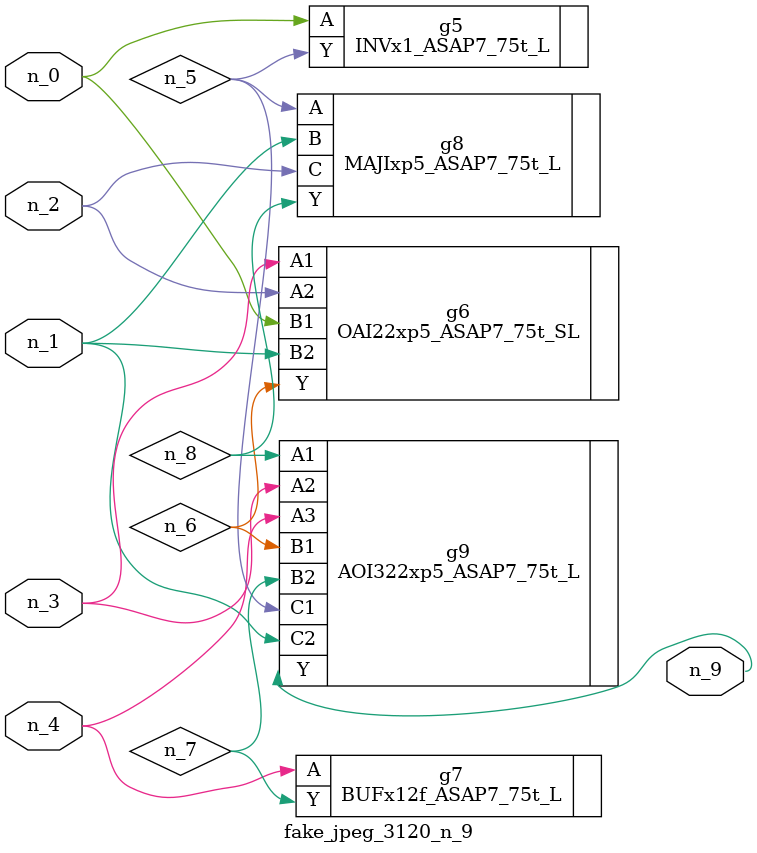
<source format=v>
module fake_jpeg_3120_n_9 (n_3, n_2, n_1, n_0, n_4, n_9);

input n_3;
input n_2;
input n_1;
input n_0;
input n_4;

output n_9;

wire n_8;
wire n_6;
wire n_5;
wire n_7;

INVx1_ASAP7_75t_L g5 ( 
.A(n_0),
.Y(n_5)
);

OAI22xp5_ASAP7_75t_SL g6 ( 
.A1(n_3),
.A2(n_2),
.B1(n_0),
.B2(n_1),
.Y(n_6)
);

BUFx12f_ASAP7_75t_L g7 ( 
.A(n_4),
.Y(n_7)
);

MAJIxp5_ASAP7_75t_L g8 ( 
.A(n_5),
.B(n_1),
.C(n_2),
.Y(n_8)
);

AOI322xp5_ASAP7_75t_L g9 ( 
.A1(n_8),
.A2(n_3),
.A3(n_4),
.B1(n_6),
.B2(n_7),
.C1(n_5),
.C2(n_1),
.Y(n_9)
);


endmodule
</source>
